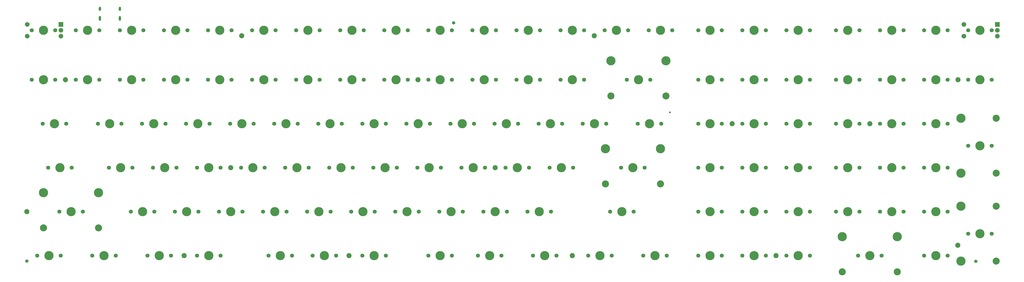
<source format=gts>
%TF.GenerationSoftware,KiCad,Pcbnew,7.0.2*%
%TF.CreationDate,2023-05-18T15:06:11-05:00*%
%TF.ProjectId,Touch_Keyboard_10x12_Matrix,546f7563-685f-44b6-9579-626f6172645f,rev?*%
%TF.SameCoordinates,Original*%
%TF.FileFunction,Soldermask,Top*%
%TF.FilePolarity,Negative*%
%FSLAX46Y46*%
G04 Gerber Fmt 4.6, Leading zero omitted, Abs format (unit mm)*
G04 Created by KiCad (PCBNEW 7.0.2) date 2023-05-18 15:06:11*
%MOMM*%
%LPD*%
G01*
G04 APERTURE LIST*
%ADD10C,1.750000*%
%ADD11C,3.987800*%
%ADD12C,3.048000*%
%ADD13C,2.200000*%
%ADD14C,1.400000*%
%ADD15R,2.000000X2.000000*%
%ADD16C,2.000000*%
%ADD17C,0.800000*%
%ADD18O,1.000000X2.100000*%
%ADD19O,1.000000X1.800000*%
G04 APERTURE END LIST*
D10*
X175209200Y-124841000D03*
D11*
X180289200Y-124841000D03*
D10*
X185369200Y-124841000D03*
X265696700Y-67691000D03*
D11*
X270776700Y-67691000D03*
D10*
X275856700Y-67691000D03*
X401427950Y-124841000D03*
D11*
X406507950Y-124841000D03*
D10*
X411587950Y-124841000D03*
X299034200Y-105791000D03*
D11*
X304114200Y-105791000D03*
D10*
X309194200Y-105791000D03*
X334752950Y-143891000D03*
D11*
X339832950Y-143891000D03*
D10*
X344912950Y-143891000D03*
X401427950Y-86741000D03*
D11*
X406507950Y-86741000D03*
D10*
X411587950Y-86741000D03*
X141871700Y-86741000D03*
D11*
X146951700Y-86741000D03*
D10*
X152031700Y-86741000D03*
X196640450Y-143891000D03*
D11*
X201720450Y-143891000D03*
D10*
X206800450Y-143891000D03*
X96627950Y-143891000D03*
D11*
X101707950Y-143891000D03*
D10*
X106787950Y-143891000D03*
X151396700Y-67691000D03*
D11*
X156476700Y-67691000D03*
D10*
X161556700Y-67691000D03*
X322846700Y-46259750D03*
D11*
X327926700Y-46259750D03*
D10*
X333006700Y-46259750D03*
X260934200Y-105791000D03*
D11*
X266014200Y-105791000D03*
D10*
X271094200Y-105791000D03*
X401427950Y-67691000D03*
D11*
X406507950Y-67691000D03*
D10*
X411587950Y-67691000D03*
X113296700Y-67691000D03*
D11*
X118376700Y-67691000D03*
D10*
X123456700Y-67691000D03*
X284746700Y-46259750D03*
D11*
X289826700Y-46259750D03*
D10*
X294906700Y-46259750D03*
X275221700Y-86741000D03*
D11*
X280301700Y-86741000D03*
D10*
X285381700Y-86741000D03*
X420477950Y-143891000D03*
D11*
X425557950Y-143891000D03*
D10*
X430637950Y-143891000D03*
X132346700Y-46259750D03*
D11*
X137426700Y-46259750D03*
D10*
X142506700Y-46259750D03*
X420477950Y-46259750D03*
D11*
X425557950Y-46259750D03*
D10*
X430637950Y-46259750D03*
X401427950Y-105791000D03*
D11*
X406507950Y-105791000D03*
D10*
X411587950Y-105791000D03*
X480009200Y-67691000D03*
D11*
X485089200Y-67691000D03*
D10*
X490169200Y-67691000D03*
X146634200Y-105791000D03*
D11*
X151714200Y-105791000D03*
D10*
X156794200Y-105791000D03*
X499059200Y-96266000D03*
D11*
X504139200Y-96266000D03*
D10*
X509219200Y-96266000D03*
X113296700Y-46259750D03*
D11*
X118376700Y-46259750D03*
D10*
X123456700Y-46259750D03*
D12*
X366026700Y-112776000D03*
D11*
X366026700Y-97536000D03*
D12*
X342214200Y-112776000D03*
D11*
X342214200Y-97536000D03*
D10*
X241884200Y-105791000D03*
D11*
X246964200Y-105791000D03*
D10*
X252044200Y-105791000D03*
X194259200Y-124841000D03*
D11*
X199339200Y-124841000D03*
D10*
X204419200Y-124841000D03*
X341896700Y-46259750D03*
D11*
X346976700Y-46259750D03*
D10*
X352056700Y-46259750D03*
X294271700Y-86741000D03*
D11*
X299351700Y-86741000D03*
D10*
X304431700Y-86741000D03*
X227596700Y-46259750D03*
D11*
X232676700Y-46259750D03*
D10*
X237756700Y-46259750D03*
D12*
X123139200Y-131826000D03*
D11*
X123139200Y-116586000D03*
D12*
X99326700Y-131826000D03*
D11*
X99326700Y-116586000D03*
D10*
X382377950Y-46259750D03*
D11*
X387457950Y-46259750D03*
D10*
X392537950Y-46259750D03*
X356184200Y-86741000D03*
D11*
X361264200Y-86741000D03*
D10*
X366344200Y-86741000D03*
X222834200Y-105791000D03*
D11*
X227914200Y-105791000D03*
D10*
X232994200Y-105791000D03*
X165684200Y-105791000D03*
D11*
X170764200Y-105791000D03*
D10*
X175844200Y-105791000D03*
X480009200Y-86741000D03*
D11*
X485089200Y-86741000D03*
D10*
X490169200Y-86741000D03*
X382377950Y-67691000D03*
D11*
X387457950Y-67691000D03*
D10*
X392537950Y-67691000D03*
X382377950Y-143891000D03*
D11*
X387457950Y-143891000D03*
D10*
X392537950Y-143891000D03*
X480009200Y-143891000D03*
D11*
X485089200Y-143891000D03*
D10*
X490169200Y-143891000D03*
X382377950Y-105791000D03*
D11*
X387457950Y-105791000D03*
D10*
X392537950Y-105791000D03*
X480009200Y-124841000D03*
D11*
X485089200Y-124841000D03*
D10*
X490169200Y-124841000D03*
D12*
X368420650Y-74676000D03*
D11*
X368420650Y-59436000D03*
D12*
X344608150Y-74676000D03*
D11*
X344608150Y-59436000D03*
D10*
X360946700Y-46259750D03*
D11*
X366026700Y-46259750D03*
D10*
X371106700Y-46259750D03*
X122821700Y-86741000D03*
D11*
X127901700Y-86741000D03*
D10*
X132981700Y-86741000D03*
X170446700Y-67691000D03*
D11*
X175526700Y-67691000D03*
D10*
X180606700Y-67691000D03*
X382377950Y-124841000D03*
D11*
X387457950Y-124841000D03*
D10*
X392537950Y-124841000D03*
X318084200Y-105791000D03*
D11*
X323164200Y-105791000D03*
D10*
X328244200Y-105791000D03*
X322846700Y-67691000D03*
D11*
X327926700Y-67691000D03*
D10*
X333006700Y-67691000D03*
X460959200Y-86741000D03*
D11*
X466039200Y-86741000D03*
D10*
X471119200Y-86741000D03*
X441909200Y-67691000D03*
D11*
X446989200Y-67691000D03*
D10*
X452069200Y-67691000D03*
X218071700Y-86741000D03*
D11*
X223151700Y-86741000D03*
D10*
X228231700Y-86741000D03*
X310940450Y-143891000D03*
D11*
X316020450Y-143891000D03*
D10*
X321100450Y-143891000D03*
X289509200Y-124841000D03*
D11*
X294589200Y-124841000D03*
D10*
X299669200Y-124841000D03*
X170446700Y-46259750D03*
D11*
X175526700Y-46259750D03*
D10*
X180606700Y-46259750D03*
D12*
X511124200Y-122459750D03*
D11*
X495884200Y-122459750D03*
D12*
X511124200Y-146272250D03*
D11*
X495884200Y-146272250D03*
D10*
X199021700Y-86741000D03*
D11*
X204101700Y-86741000D03*
D10*
X209181700Y-86741000D03*
X232359200Y-124841000D03*
D11*
X237439200Y-124841000D03*
D10*
X242519200Y-124841000D03*
D12*
X511124200Y-84359750D03*
D11*
X495884200Y-84359750D03*
D12*
X511124200Y-108172250D03*
D11*
X495884200Y-108172250D03*
D10*
X308559200Y-124841000D03*
D11*
X313639200Y-124841000D03*
D10*
X318719200Y-124841000D03*
X401427950Y-46259750D03*
D11*
X406507950Y-46259750D03*
D10*
X411587950Y-46259750D03*
X215690450Y-143891000D03*
D11*
X220770450Y-143891000D03*
D10*
X225850450Y-143891000D03*
X344277950Y-124841000D03*
D11*
X349357950Y-124841000D03*
D10*
X354437950Y-124841000D03*
X499059200Y-46259750D03*
D11*
X504139200Y-46259750D03*
D10*
X509219200Y-46259750D03*
D12*
X468420450Y-150876000D03*
D11*
X468420450Y-135636000D03*
D12*
X444607950Y-150876000D03*
D11*
X444607950Y-135636000D03*
D10*
X441909200Y-124841000D03*
D11*
X446989200Y-124841000D03*
D10*
X452069200Y-124841000D03*
X160921700Y-86741000D03*
D11*
X166001700Y-86741000D03*
D10*
X171081700Y-86741000D03*
X144252950Y-143891000D03*
D11*
X149332950Y-143891000D03*
D10*
X154412950Y-143891000D03*
X213309200Y-124841000D03*
D11*
X218389200Y-124841000D03*
D10*
X223469200Y-124841000D03*
X165684200Y-143891000D03*
D11*
X170764200Y-143891000D03*
D10*
X175844200Y-143891000D03*
X251409200Y-124841000D03*
D11*
X256489200Y-124841000D03*
D10*
X261569200Y-124841000D03*
X189496700Y-46259750D03*
D11*
X194576700Y-46259750D03*
D10*
X199656700Y-46259750D03*
X441909200Y-86741000D03*
D11*
X446989200Y-86741000D03*
D10*
X452069200Y-86741000D03*
X420477950Y-86741000D03*
D11*
X425557950Y-86741000D03*
D10*
X430637950Y-86741000D03*
X179971700Y-86741000D03*
D11*
X185051700Y-86741000D03*
D10*
X190131700Y-86741000D03*
X237121700Y-143891000D03*
D11*
X242201700Y-143891000D03*
D10*
X247281700Y-143891000D03*
X246646700Y-46259750D03*
D11*
X251726700Y-46259750D03*
D10*
X256806700Y-46259750D03*
X420477950Y-124841000D03*
D11*
X425557950Y-124841000D03*
D10*
X430637950Y-124841000D03*
X203784200Y-105791000D03*
D11*
X208864200Y-105791000D03*
D10*
X213944200Y-105791000D03*
X151396700Y-46259750D03*
D11*
X156476700Y-46259750D03*
D10*
X161556700Y-46259750D03*
X265696700Y-46259750D03*
D11*
X270776700Y-46259750D03*
D10*
X275856700Y-46259750D03*
X499059200Y-134366000D03*
D11*
X504139200Y-134366000D03*
D10*
X509219200Y-134366000D03*
X132346700Y-67691000D03*
D11*
X137426700Y-67691000D03*
D10*
X142506700Y-67691000D03*
X208546700Y-67691000D03*
D11*
X213626700Y-67691000D03*
D10*
X218706700Y-67691000D03*
X287127950Y-143891000D03*
D11*
X292207950Y-143891000D03*
D10*
X297287950Y-143891000D03*
X94240350Y-46259750D03*
D11*
X99320350Y-46259750D03*
D10*
X104400350Y-46259750D03*
X106152950Y-124841000D03*
D11*
X111232950Y-124841000D03*
D10*
X116312950Y-124841000D03*
X94246700Y-67691000D03*
D11*
X99326700Y-67691000D03*
D10*
X104406700Y-67691000D03*
X120440450Y-143891000D03*
D11*
X125520450Y-143891000D03*
D10*
X130600450Y-143891000D03*
X303796700Y-67691000D03*
D11*
X308876700Y-67691000D03*
D10*
X313956700Y-67691000D03*
X451434200Y-143891000D03*
D11*
X456514200Y-143891000D03*
D10*
X461594200Y-143891000D03*
X284746700Y-67691000D03*
D11*
X289826700Y-67691000D03*
D10*
X294906700Y-67691000D03*
X460959200Y-124841000D03*
D11*
X466039200Y-124841000D03*
D10*
X471119200Y-124841000D03*
X246646700Y-67691000D03*
D11*
X251726700Y-67691000D03*
D10*
X256806700Y-67691000D03*
X189496700Y-67691000D03*
D11*
X194576700Y-67691000D03*
D10*
X199656700Y-67691000D03*
X99009200Y-86741000D03*
D11*
X104089200Y-86741000D03*
D10*
X109169200Y-86741000D03*
X460959200Y-105791000D03*
D11*
X466039200Y-105791000D03*
D10*
X471119200Y-105791000D03*
X460959200Y-46259750D03*
D11*
X466039200Y-46259750D03*
D10*
X471119200Y-46259750D03*
X420477950Y-67691000D03*
D11*
X425557950Y-67691000D03*
D10*
X430637950Y-67691000D03*
X460959200Y-67691000D03*
D11*
X466039200Y-67691000D03*
D10*
X471119200Y-67691000D03*
X137109200Y-124841000D03*
D11*
X142189200Y-124841000D03*
D10*
X147269200Y-124841000D03*
X279984200Y-105791000D03*
D11*
X285064200Y-105791000D03*
D10*
X290144200Y-105791000D03*
X208546700Y-46259750D03*
D11*
X213626700Y-46259750D03*
D10*
X218706700Y-46259750D03*
X101390450Y-105791000D03*
D11*
X106470450Y-105791000D03*
D10*
X111550450Y-105791000D03*
X480009200Y-46259750D03*
D11*
X485089200Y-46259750D03*
D10*
X490169200Y-46259750D03*
X332371700Y-86741000D03*
D11*
X337451700Y-86741000D03*
D10*
X342531700Y-86741000D03*
X499059200Y-67691000D03*
D11*
X504139200Y-67691000D03*
D10*
X509219200Y-67691000D03*
X401427950Y-143891000D03*
D11*
X406507950Y-143891000D03*
D10*
X411587950Y-143891000D03*
X127584200Y-105791000D03*
D11*
X132664200Y-105791000D03*
D10*
X137744200Y-105791000D03*
X237121700Y-86741000D03*
D11*
X242201700Y-86741000D03*
D10*
X247281700Y-86741000D03*
X480009200Y-105791000D03*
D11*
X485089200Y-105791000D03*
D10*
X490169200Y-105791000D03*
X441909200Y-46259750D03*
D11*
X446989200Y-46259750D03*
D10*
X452069200Y-46259750D03*
X265696700Y-143891000D03*
D11*
X270776700Y-143891000D03*
D10*
X275856700Y-143891000D03*
X351421700Y-67691000D03*
D11*
X356501700Y-67691000D03*
D10*
X361581700Y-67691000D03*
X256171700Y-86741000D03*
D11*
X261251700Y-86741000D03*
D10*
X266331700Y-86741000D03*
X303796700Y-46259750D03*
D11*
X308876700Y-46259750D03*
D10*
X313956700Y-46259750D03*
X156159200Y-124841000D03*
D11*
X161239200Y-124841000D03*
D10*
X166319200Y-124841000D03*
X349040450Y-105791000D03*
D11*
X354120450Y-105791000D03*
D10*
X359200450Y-105791000D03*
X227596700Y-67691000D03*
D11*
X232676700Y-67691000D03*
D10*
X237756700Y-67691000D03*
X420477950Y-105791000D03*
D11*
X425557950Y-105791000D03*
D10*
X430637950Y-105791000D03*
X441909200Y-105791000D03*
D11*
X446989200Y-105791000D03*
D10*
X452069200Y-105791000D03*
X184734200Y-105791000D03*
D11*
X189814200Y-105791000D03*
D10*
X194894200Y-105791000D03*
X270459200Y-124841000D03*
D11*
X275539200Y-124841000D03*
D10*
X280619200Y-124841000D03*
X313321700Y-86741000D03*
D11*
X318401700Y-86741000D03*
D10*
X323481700Y-86741000D03*
X382377950Y-86741000D03*
D11*
X387457950Y-86741000D03*
D10*
X392537950Y-86741000D03*
X358565450Y-143891000D03*
D11*
X363645450Y-143891000D03*
D10*
X368725450Y-143891000D03*
D13*
X337432650Y-48641000D03*
X494569750Y-139426950D03*
X294570150Y-105791000D03*
X456495150Y-86741000D03*
X231425750Y-143891000D03*
D14*
X276637750Y-43059350D03*
D15*
X106826700Y-43759750D03*
D16*
X106826700Y-48759750D03*
X106826700Y-46259750D03*
X92326700Y-48759750D03*
X92326700Y-43759750D03*
D13*
X180270150Y-105791000D03*
X108832650Y-67691000D03*
D17*
X370058950Y-81819750D03*
D13*
X261232650Y-67691000D03*
X396982950Y-86741000D03*
X92163900Y-124841000D03*
D14*
X502291350Y-146335750D03*
D13*
X494620550Y-67691000D03*
D14*
X92163900Y-146272250D03*
D13*
X185032650Y-48641000D03*
X327907650Y-143891000D03*
D18*
X123674950Y-41135150D03*
D19*
X123674950Y-36955150D03*
D18*
X132314950Y-41135150D03*
D19*
X132314950Y-36955150D03*
D15*
X511639200Y-43759750D03*
D16*
X511639200Y-48759750D03*
X511639200Y-46259750D03*
X497139200Y-48759750D03*
X497139200Y-43759750D03*
D13*
X160077150Y-143891000D03*
X416013900Y-143891000D03*
M02*

</source>
